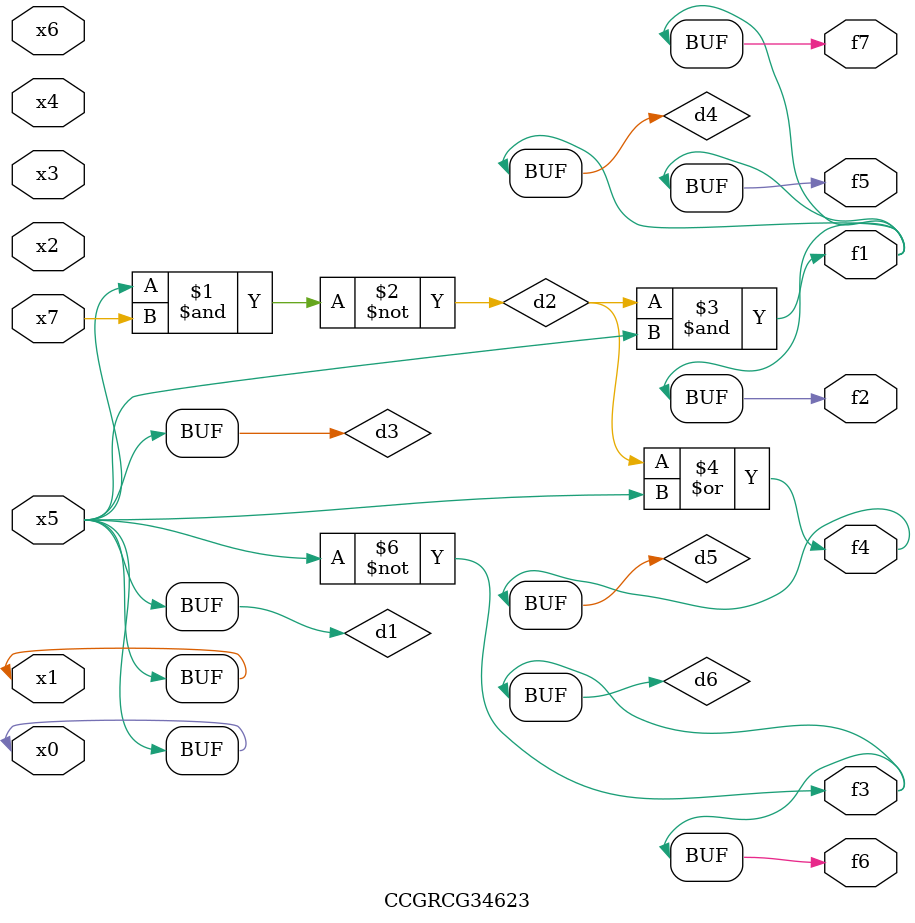
<source format=v>
module CCGRCG34623(
	input x0, x1, x2, x3, x4, x5, x6, x7,
	output f1, f2, f3, f4, f5, f6, f7
);

	wire d1, d2, d3, d4, d5, d6;

	buf (d1, x0, x5);
	nand (d2, x5, x7);
	buf (d3, x0, x1);
	and (d4, d2, d3);
	or (d5, d2, d3);
	nor (d6, d1, d3);
	assign f1 = d4;
	assign f2 = d4;
	assign f3 = d6;
	assign f4 = d5;
	assign f5 = d4;
	assign f6 = d6;
	assign f7 = d4;
endmodule

</source>
